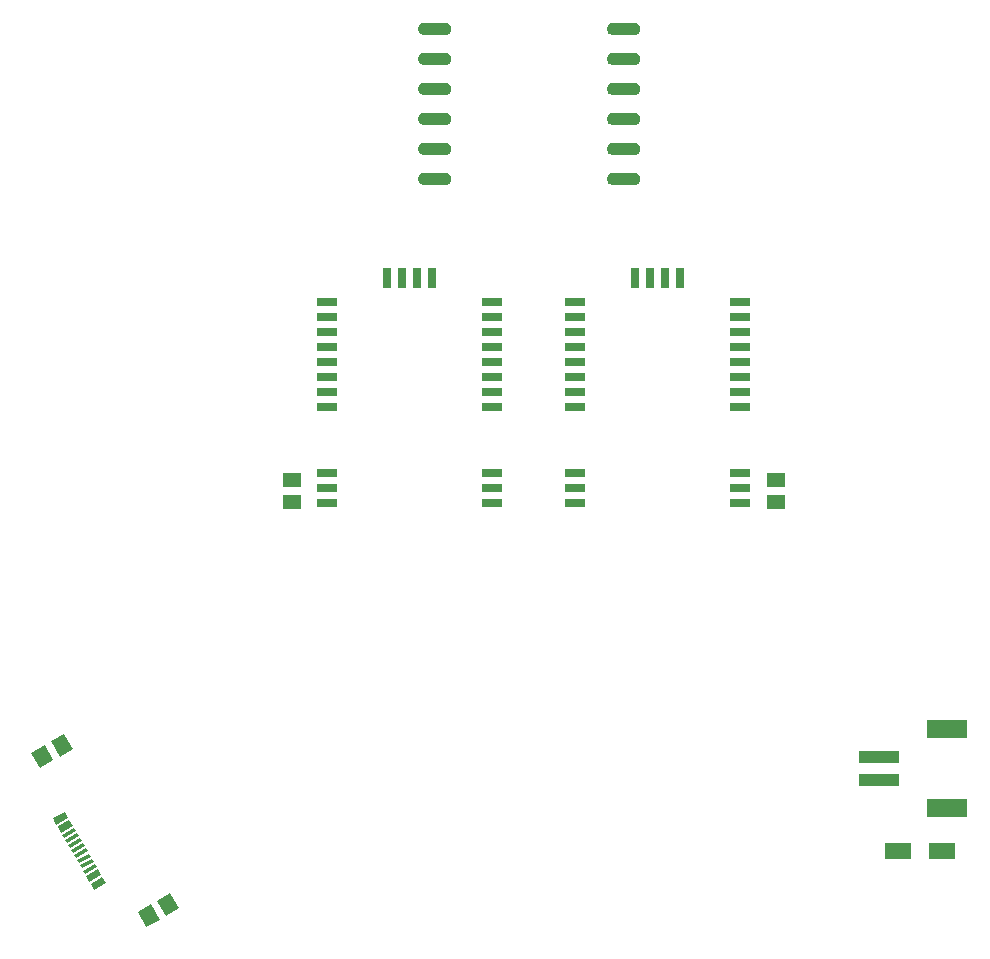
<source format=gbp>
G04 EAGLE Gerber RS-274X export*
G75*
%MOMM*%
%FSLAX34Y34*%
%LPD*%
%INBottom Paste*%
%IPPOS*%
%AMOC8*
5,1,8,0,0,1.08239X$1,22.5*%
G01*
%ADD10R,0.300000X1.150000*%
%ADD11R,1.300000X1.500000*%
%ADD12R,1.500000X1.300000*%
%ADD13R,1.800000X0.800000*%
%ADD14R,0.800000X1.800000*%
%ADD15R,3.500000X1.000000*%
%ADD16R,3.400000X1.500000*%
%ADD17R,2.160000X1.400000*%

G36*
X573053Y801133D02*
X573053Y801133D01*
X573056Y801131D01*
X574168Y801256D01*
X574174Y801262D01*
X574179Y801259D01*
X575236Y801629D01*
X575240Y801636D01*
X575246Y801633D01*
X576194Y802229D01*
X576197Y802237D01*
X576202Y802236D01*
X576994Y803028D01*
X576995Y803036D01*
X577001Y803036D01*
X577597Y803984D01*
X577596Y803993D01*
X577601Y803994D01*
X577971Y805051D01*
X577970Y805055D01*
X577972Y805057D01*
X577970Y805060D01*
X577974Y805062D01*
X578099Y806175D01*
X578095Y806182D01*
X578099Y806186D01*
X577974Y807298D01*
X577968Y807304D01*
X577971Y807309D01*
X577601Y808366D01*
X577595Y808370D01*
X577597Y808376D01*
X577001Y809324D01*
X576993Y809327D01*
X576994Y809332D01*
X576202Y810124D01*
X576194Y810125D01*
X576194Y810131D01*
X575246Y810727D01*
X575237Y810726D01*
X575236Y810731D01*
X574179Y811101D01*
X574171Y811099D01*
X574168Y811104D01*
X573056Y811229D01*
X573052Y811227D01*
X573050Y811229D01*
X555050Y811229D01*
X555047Y811227D01*
X555046Y811227D01*
X555045Y811229D01*
X553932Y811104D01*
X553926Y811098D01*
X553921Y811101D01*
X552864Y810731D01*
X552860Y810725D01*
X552854Y810727D01*
X551906Y810131D01*
X551903Y810123D01*
X551898Y810124D01*
X551106Y809332D01*
X551105Y809324D01*
X551099Y809324D01*
X550503Y808376D01*
X550504Y808367D01*
X550499Y808366D01*
X550129Y807309D01*
X550131Y807303D01*
X550127Y807300D01*
X550128Y807299D01*
X550126Y807298D01*
X550001Y806186D01*
X550005Y806178D01*
X550001Y806175D01*
X550126Y805062D01*
X550132Y805056D01*
X550129Y805051D01*
X550499Y803994D01*
X550506Y803990D01*
X550503Y803984D01*
X551099Y803036D01*
X551107Y803033D01*
X551106Y803028D01*
X551898Y802236D01*
X551906Y802235D01*
X551906Y802229D01*
X552854Y801633D01*
X552863Y801634D01*
X552864Y801629D01*
X553921Y801259D01*
X553929Y801261D01*
X553932Y801256D01*
X555045Y801131D01*
X555048Y801133D01*
X555050Y801131D01*
X573050Y801131D01*
X573053Y801133D01*
G37*
G36*
X413053Y801133D02*
X413053Y801133D01*
X413056Y801131D01*
X414168Y801256D01*
X414174Y801262D01*
X414179Y801259D01*
X415236Y801629D01*
X415240Y801636D01*
X415246Y801633D01*
X416194Y802229D01*
X416197Y802237D01*
X416202Y802236D01*
X416994Y803028D01*
X416995Y803036D01*
X417001Y803036D01*
X417597Y803984D01*
X417596Y803993D01*
X417601Y803994D01*
X417971Y805051D01*
X417970Y805055D01*
X417972Y805057D01*
X417970Y805060D01*
X417974Y805062D01*
X418099Y806175D01*
X418095Y806182D01*
X418099Y806186D01*
X417974Y807298D01*
X417968Y807304D01*
X417971Y807309D01*
X417601Y808366D01*
X417595Y808370D01*
X417597Y808376D01*
X417001Y809324D01*
X416993Y809327D01*
X416994Y809332D01*
X416202Y810124D01*
X416194Y810125D01*
X416194Y810131D01*
X415246Y810727D01*
X415237Y810726D01*
X415236Y810731D01*
X414179Y811101D01*
X414171Y811099D01*
X414168Y811104D01*
X413056Y811229D01*
X413052Y811227D01*
X413050Y811229D01*
X395050Y811229D01*
X395047Y811227D01*
X395046Y811227D01*
X395045Y811229D01*
X393932Y811104D01*
X393926Y811098D01*
X393921Y811101D01*
X392864Y810731D01*
X392860Y810725D01*
X392854Y810727D01*
X391906Y810131D01*
X391903Y810123D01*
X391898Y810124D01*
X391106Y809332D01*
X391105Y809324D01*
X391099Y809324D01*
X390503Y808376D01*
X390504Y808367D01*
X390499Y808366D01*
X390129Y807309D01*
X390131Y807303D01*
X390127Y807300D01*
X390128Y807299D01*
X390126Y807298D01*
X390001Y806186D01*
X390005Y806178D01*
X390001Y806175D01*
X390126Y805062D01*
X390132Y805056D01*
X390129Y805051D01*
X390499Y803994D01*
X390506Y803990D01*
X390503Y803984D01*
X391099Y803036D01*
X391107Y803033D01*
X391106Y803028D01*
X391898Y802236D01*
X391906Y802235D01*
X391906Y802229D01*
X392854Y801633D01*
X392863Y801634D01*
X392864Y801629D01*
X393921Y801259D01*
X393929Y801261D01*
X393932Y801256D01*
X395045Y801131D01*
X395048Y801133D01*
X395050Y801131D01*
X413050Y801131D01*
X413053Y801133D01*
G37*
G36*
X573053Y775733D02*
X573053Y775733D01*
X573056Y775731D01*
X574168Y775856D01*
X574174Y775862D01*
X574179Y775859D01*
X575236Y776229D01*
X575240Y776236D01*
X575246Y776233D01*
X576194Y776829D01*
X576197Y776837D01*
X576202Y776836D01*
X576994Y777628D01*
X576995Y777636D01*
X577001Y777636D01*
X577597Y778584D01*
X577596Y778593D01*
X577601Y778594D01*
X577971Y779651D01*
X577970Y779655D01*
X577972Y779657D01*
X577970Y779660D01*
X577974Y779662D01*
X578099Y780775D01*
X578095Y780782D01*
X578099Y780786D01*
X577974Y781898D01*
X577968Y781904D01*
X577971Y781909D01*
X577601Y782966D01*
X577595Y782970D01*
X577597Y782976D01*
X577001Y783924D01*
X576993Y783927D01*
X576994Y783932D01*
X576202Y784724D01*
X576194Y784725D01*
X576194Y784731D01*
X575246Y785327D01*
X575237Y785326D01*
X575236Y785331D01*
X574179Y785701D01*
X574171Y785699D01*
X574168Y785704D01*
X573056Y785829D01*
X573052Y785827D01*
X573050Y785829D01*
X555050Y785829D01*
X555047Y785827D01*
X555046Y785827D01*
X555045Y785829D01*
X553932Y785704D01*
X553926Y785698D01*
X553921Y785701D01*
X552864Y785331D01*
X552860Y785325D01*
X552854Y785327D01*
X551906Y784731D01*
X551903Y784723D01*
X551898Y784724D01*
X551106Y783932D01*
X551105Y783924D01*
X551099Y783924D01*
X550503Y782976D01*
X550504Y782967D01*
X550499Y782966D01*
X550129Y781909D01*
X550131Y781903D01*
X550127Y781900D01*
X550128Y781899D01*
X550126Y781898D01*
X550001Y780786D01*
X550005Y780778D01*
X550001Y780775D01*
X550126Y779662D01*
X550132Y779656D01*
X550129Y779651D01*
X550499Y778594D01*
X550506Y778590D01*
X550503Y778584D01*
X551099Y777636D01*
X551107Y777633D01*
X551106Y777628D01*
X551898Y776836D01*
X551906Y776835D01*
X551906Y776829D01*
X552854Y776233D01*
X552863Y776234D01*
X552864Y776229D01*
X553921Y775859D01*
X553929Y775861D01*
X553932Y775856D01*
X555045Y775731D01*
X555048Y775733D01*
X555050Y775731D01*
X573050Y775731D01*
X573053Y775733D01*
G37*
G36*
X413053Y775733D02*
X413053Y775733D01*
X413056Y775731D01*
X414168Y775856D01*
X414174Y775862D01*
X414179Y775859D01*
X415236Y776229D01*
X415240Y776236D01*
X415246Y776233D01*
X416194Y776829D01*
X416197Y776837D01*
X416202Y776836D01*
X416994Y777628D01*
X416995Y777636D01*
X417001Y777636D01*
X417597Y778584D01*
X417596Y778593D01*
X417601Y778594D01*
X417971Y779651D01*
X417970Y779655D01*
X417972Y779657D01*
X417970Y779660D01*
X417974Y779662D01*
X418099Y780775D01*
X418095Y780782D01*
X418099Y780786D01*
X417974Y781898D01*
X417968Y781904D01*
X417971Y781909D01*
X417601Y782966D01*
X417595Y782970D01*
X417597Y782976D01*
X417001Y783924D01*
X416993Y783927D01*
X416994Y783932D01*
X416202Y784724D01*
X416194Y784725D01*
X416194Y784731D01*
X415246Y785327D01*
X415237Y785326D01*
X415236Y785331D01*
X414179Y785701D01*
X414171Y785699D01*
X414168Y785704D01*
X413056Y785829D01*
X413052Y785827D01*
X413050Y785829D01*
X395050Y785829D01*
X395047Y785827D01*
X395046Y785827D01*
X395045Y785829D01*
X393932Y785704D01*
X393926Y785698D01*
X393921Y785701D01*
X392864Y785331D01*
X392860Y785325D01*
X392854Y785327D01*
X391906Y784731D01*
X391903Y784723D01*
X391898Y784724D01*
X391106Y783932D01*
X391105Y783924D01*
X391099Y783924D01*
X390503Y782976D01*
X390504Y782967D01*
X390499Y782966D01*
X390129Y781909D01*
X390131Y781903D01*
X390127Y781900D01*
X390128Y781899D01*
X390126Y781898D01*
X390001Y780786D01*
X390005Y780778D01*
X390001Y780775D01*
X390126Y779662D01*
X390132Y779656D01*
X390129Y779651D01*
X390499Y778594D01*
X390506Y778590D01*
X390503Y778584D01*
X391099Y777636D01*
X391107Y777633D01*
X391106Y777628D01*
X391898Y776836D01*
X391906Y776835D01*
X391906Y776829D01*
X392854Y776233D01*
X392863Y776234D01*
X392864Y776229D01*
X393921Y775859D01*
X393929Y775861D01*
X393932Y775856D01*
X395045Y775731D01*
X395048Y775733D01*
X395050Y775731D01*
X413050Y775731D01*
X413053Y775733D01*
G37*
G36*
X573053Y750333D02*
X573053Y750333D01*
X573056Y750331D01*
X574168Y750456D01*
X574174Y750462D01*
X574179Y750459D01*
X575236Y750829D01*
X575240Y750836D01*
X575246Y750833D01*
X576194Y751429D01*
X576197Y751437D01*
X576202Y751436D01*
X576994Y752228D01*
X576995Y752236D01*
X577001Y752236D01*
X577597Y753184D01*
X577596Y753193D01*
X577601Y753194D01*
X577971Y754251D01*
X577970Y754255D01*
X577972Y754257D01*
X577970Y754260D01*
X577974Y754262D01*
X578099Y755375D01*
X578095Y755382D01*
X578099Y755386D01*
X577974Y756498D01*
X577968Y756504D01*
X577971Y756509D01*
X577601Y757566D01*
X577595Y757570D01*
X577597Y757576D01*
X577001Y758524D01*
X576993Y758527D01*
X576994Y758532D01*
X576202Y759324D01*
X576194Y759325D01*
X576194Y759331D01*
X575246Y759927D01*
X575237Y759926D01*
X575236Y759931D01*
X574179Y760301D01*
X574171Y760299D01*
X574168Y760304D01*
X573056Y760429D01*
X573052Y760427D01*
X573050Y760429D01*
X555050Y760429D01*
X555047Y760427D01*
X555046Y760427D01*
X555045Y760429D01*
X553932Y760304D01*
X553926Y760298D01*
X553921Y760301D01*
X552864Y759931D01*
X552860Y759925D01*
X552854Y759927D01*
X551906Y759331D01*
X551903Y759323D01*
X551898Y759324D01*
X551106Y758532D01*
X551105Y758524D01*
X551099Y758524D01*
X550503Y757576D01*
X550504Y757567D01*
X550499Y757566D01*
X550129Y756509D01*
X550131Y756503D01*
X550127Y756500D01*
X550128Y756499D01*
X550126Y756498D01*
X550001Y755386D01*
X550005Y755378D01*
X550001Y755375D01*
X550126Y754262D01*
X550132Y754256D01*
X550129Y754251D01*
X550499Y753194D01*
X550506Y753190D01*
X550503Y753184D01*
X551099Y752236D01*
X551107Y752233D01*
X551106Y752228D01*
X551898Y751436D01*
X551906Y751435D01*
X551906Y751429D01*
X552854Y750833D01*
X552863Y750834D01*
X552864Y750829D01*
X553921Y750459D01*
X553929Y750461D01*
X553932Y750456D01*
X555045Y750331D01*
X555048Y750333D01*
X555050Y750331D01*
X573050Y750331D01*
X573053Y750333D01*
G37*
G36*
X413053Y750333D02*
X413053Y750333D01*
X413056Y750331D01*
X414168Y750456D01*
X414174Y750462D01*
X414179Y750459D01*
X415236Y750829D01*
X415240Y750836D01*
X415246Y750833D01*
X416194Y751429D01*
X416197Y751437D01*
X416202Y751436D01*
X416994Y752228D01*
X416995Y752236D01*
X417001Y752236D01*
X417597Y753184D01*
X417596Y753193D01*
X417601Y753194D01*
X417971Y754251D01*
X417970Y754255D01*
X417972Y754257D01*
X417970Y754260D01*
X417974Y754262D01*
X418099Y755375D01*
X418095Y755382D01*
X418099Y755386D01*
X417974Y756498D01*
X417968Y756504D01*
X417971Y756509D01*
X417601Y757566D01*
X417595Y757570D01*
X417597Y757576D01*
X417001Y758524D01*
X416993Y758527D01*
X416994Y758532D01*
X416202Y759324D01*
X416194Y759325D01*
X416194Y759331D01*
X415246Y759927D01*
X415237Y759926D01*
X415236Y759931D01*
X414179Y760301D01*
X414171Y760299D01*
X414168Y760304D01*
X413056Y760429D01*
X413052Y760427D01*
X413050Y760429D01*
X395050Y760429D01*
X395047Y760427D01*
X395046Y760427D01*
X395045Y760429D01*
X393932Y760304D01*
X393926Y760298D01*
X393921Y760301D01*
X392864Y759931D01*
X392860Y759925D01*
X392854Y759927D01*
X391906Y759331D01*
X391903Y759323D01*
X391898Y759324D01*
X391106Y758532D01*
X391105Y758524D01*
X391099Y758524D01*
X390503Y757576D01*
X390504Y757567D01*
X390499Y757566D01*
X390129Y756509D01*
X390131Y756503D01*
X390127Y756500D01*
X390128Y756499D01*
X390126Y756498D01*
X390001Y755386D01*
X390005Y755378D01*
X390001Y755375D01*
X390126Y754262D01*
X390132Y754256D01*
X390129Y754251D01*
X390499Y753194D01*
X390506Y753190D01*
X390503Y753184D01*
X391099Y752236D01*
X391107Y752233D01*
X391106Y752228D01*
X391898Y751436D01*
X391906Y751435D01*
X391906Y751429D01*
X392854Y750833D01*
X392863Y750834D01*
X392864Y750829D01*
X393921Y750459D01*
X393929Y750461D01*
X393932Y750456D01*
X395045Y750331D01*
X395048Y750333D01*
X395050Y750331D01*
X413050Y750331D01*
X413053Y750333D01*
G37*
G36*
X413053Y724933D02*
X413053Y724933D01*
X413056Y724931D01*
X414168Y725056D01*
X414174Y725062D01*
X414179Y725059D01*
X415236Y725429D01*
X415240Y725436D01*
X415246Y725433D01*
X416194Y726029D01*
X416197Y726037D01*
X416202Y726036D01*
X416994Y726828D01*
X416995Y726836D01*
X417001Y726836D01*
X417597Y727784D01*
X417596Y727793D01*
X417601Y727794D01*
X417971Y728851D01*
X417970Y728855D01*
X417972Y728857D01*
X417970Y728860D01*
X417974Y728862D01*
X418099Y729975D01*
X418095Y729982D01*
X418099Y729986D01*
X417974Y731098D01*
X417968Y731104D01*
X417971Y731109D01*
X417601Y732166D01*
X417595Y732170D01*
X417597Y732176D01*
X417001Y733124D01*
X416993Y733127D01*
X416994Y733132D01*
X416202Y733924D01*
X416194Y733925D01*
X416194Y733931D01*
X415246Y734527D01*
X415237Y734526D01*
X415236Y734531D01*
X414179Y734901D01*
X414171Y734899D01*
X414168Y734904D01*
X413056Y735029D01*
X413052Y735027D01*
X413050Y735029D01*
X395050Y735029D01*
X395047Y735027D01*
X395046Y735027D01*
X395045Y735029D01*
X393932Y734904D01*
X393926Y734898D01*
X393921Y734901D01*
X392864Y734531D01*
X392860Y734525D01*
X392854Y734527D01*
X391906Y733931D01*
X391903Y733923D01*
X391898Y733924D01*
X391106Y733132D01*
X391105Y733124D01*
X391099Y733124D01*
X390503Y732176D01*
X390504Y732167D01*
X390499Y732166D01*
X390129Y731109D01*
X390131Y731103D01*
X390127Y731100D01*
X390128Y731099D01*
X390126Y731098D01*
X390001Y729986D01*
X390005Y729978D01*
X390001Y729975D01*
X390126Y728862D01*
X390132Y728856D01*
X390129Y728851D01*
X390499Y727794D01*
X390506Y727790D01*
X390503Y727784D01*
X391099Y726836D01*
X391107Y726833D01*
X391106Y726828D01*
X391898Y726036D01*
X391906Y726035D01*
X391906Y726029D01*
X392854Y725433D01*
X392863Y725434D01*
X392864Y725429D01*
X393921Y725059D01*
X393929Y725061D01*
X393932Y725056D01*
X395045Y724931D01*
X395048Y724933D01*
X395050Y724931D01*
X413050Y724931D01*
X413053Y724933D01*
G37*
G36*
X573053Y724933D02*
X573053Y724933D01*
X573056Y724931D01*
X574168Y725056D01*
X574174Y725062D01*
X574179Y725059D01*
X575236Y725429D01*
X575240Y725436D01*
X575246Y725433D01*
X576194Y726029D01*
X576197Y726037D01*
X576202Y726036D01*
X576994Y726828D01*
X576995Y726836D01*
X577001Y726836D01*
X577597Y727784D01*
X577596Y727793D01*
X577601Y727794D01*
X577971Y728851D01*
X577970Y728855D01*
X577972Y728857D01*
X577970Y728860D01*
X577974Y728862D01*
X578099Y729975D01*
X578095Y729982D01*
X578099Y729986D01*
X577974Y731098D01*
X577968Y731104D01*
X577971Y731109D01*
X577601Y732166D01*
X577595Y732170D01*
X577597Y732176D01*
X577001Y733124D01*
X576993Y733127D01*
X576994Y733132D01*
X576202Y733924D01*
X576194Y733925D01*
X576194Y733931D01*
X575246Y734527D01*
X575237Y734526D01*
X575236Y734531D01*
X574179Y734901D01*
X574171Y734899D01*
X574168Y734904D01*
X573056Y735029D01*
X573052Y735027D01*
X573050Y735029D01*
X555050Y735029D01*
X555047Y735027D01*
X555046Y735027D01*
X555045Y735029D01*
X553932Y734904D01*
X553926Y734898D01*
X553921Y734901D01*
X552864Y734531D01*
X552860Y734525D01*
X552854Y734527D01*
X551906Y733931D01*
X551903Y733923D01*
X551898Y733924D01*
X551106Y733132D01*
X551105Y733124D01*
X551099Y733124D01*
X550503Y732176D01*
X550504Y732167D01*
X550499Y732166D01*
X550129Y731109D01*
X550131Y731103D01*
X550127Y731100D01*
X550128Y731099D01*
X550126Y731098D01*
X550001Y729986D01*
X550005Y729978D01*
X550001Y729975D01*
X550126Y728862D01*
X550132Y728856D01*
X550129Y728851D01*
X550499Y727794D01*
X550506Y727790D01*
X550503Y727784D01*
X551099Y726836D01*
X551107Y726833D01*
X551106Y726828D01*
X551898Y726036D01*
X551906Y726035D01*
X551906Y726029D01*
X552854Y725433D01*
X552863Y725434D01*
X552864Y725429D01*
X553921Y725059D01*
X553929Y725061D01*
X553932Y725056D01*
X555045Y724931D01*
X555048Y724933D01*
X555050Y724931D01*
X573050Y724931D01*
X573053Y724933D01*
G37*
G36*
X573053Y699533D02*
X573053Y699533D01*
X573056Y699531D01*
X574168Y699656D01*
X574174Y699662D01*
X574179Y699659D01*
X575236Y700029D01*
X575240Y700036D01*
X575246Y700033D01*
X576194Y700629D01*
X576197Y700637D01*
X576202Y700636D01*
X576994Y701428D01*
X576995Y701436D01*
X577001Y701436D01*
X577597Y702384D01*
X577596Y702393D01*
X577601Y702394D01*
X577971Y703451D01*
X577970Y703455D01*
X577972Y703457D01*
X577970Y703460D01*
X577974Y703462D01*
X578099Y704575D01*
X578095Y704582D01*
X578099Y704586D01*
X577974Y705698D01*
X577968Y705704D01*
X577971Y705709D01*
X577601Y706766D01*
X577595Y706770D01*
X577597Y706776D01*
X577001Y707724D01*
X576993Y707727D01*
X576994Y707732D01*
X576202Y708524D01*
X576194Y708525D01*
X576194Y708531D01*
X575246Y709127D01*
X575237Y709126D01*
X575236Y709131D01*
X574179Y709501D01*
X574171Y709499D01*
X574168Y709504D01*
X573056Y709629D01*
X573052Y709627D01*
X573050Y709629D01*
X555050Y709629D01*
X555047Y709627D01*
X555046Y709627D01*
X555045Y709629D01*
X553932Y709504D01*
X553926Y709498D01*
X553921Y709501D01*
X552864Y709131D01*
X552860Y709125D01*
X552854Y709127D01*
X551906Y708531D01*
X551903Y708523D01*
X551898Y708524D01*
X551106Y707732D01*
X551105Y707724D01*
X551099Y707724D01*
X550503Y706776D01*
X550504Y706767D01*
X550499Y706766D01*
X550129Y705709D01*
X550131Y705703D01*
X550127Y705700D01*
X550128Y705699D01*
X550126Y705698D01*
X550001Y704586D01*
X550005Y704578D01*
X550001Y704575D01*
X550126Y703462D01*
X550132Y703456D01*
X550129Y703451D01*
X550499Y702394D01*
X550506Y702390D01*
X550503Y702384D01*
X551099Y701436D01*
X551107Y701433D01*
X551106Y701428D01*
X551898Y700636D01*
X551906Y700635D01*
X551906Y700629D01*
X552854Y700033D01*
X552863Y700034D01*
X552864Y700029D01*
X553921Y699659D01*
X553929Y699661D01*
X553932Y699656D01*
X555045Y699531D01*
X555048Y699533D01*
X555050Y699531D01*
X573050Y699531D01*
X573053Y699533D01*
G37*
G36*
X413053Y699533D02*
X413053Y699533D01*
X413056Y699531D01*
X414168Y699656D01*
X414174Y699662D01*
X414179Y699659D01*
X415236Y700029D01*
X415240Y700036D01*
X415246Y700033D01*
X416194Y700629D01*
X416197Y700637D01*
X416202Y700636D01*
X416994Y701428D01*
X416995Y701436D01*
X417001Y701436D01*
X417597Y702384D01*
X417596Y702393D01*
X417601Y702394D01*
X417971Y703451D01*
X417970Y703455D01*
X417972Y703457D01*
X417970Y703460D01*
X417974Y703462D01*
X418099Y704575D01*
X418095Y704582D01*
X418099Y704586D01*
X417974Y705698D01*
X417968Y705704D01*
X417971Y705709D01*
X417601Y706766D01*
X417595Y706770D01*
X417597Y706776D01*
X417001Y707724D01*
X416993Y707727D01*
X416994Y707732D01*
X416202Y708524D01*
X416194Y708525D01*
X416194Y708531D01*
X415246Y709127D01*
X415237Y709126D01*
X415236Y709131D01*
X414179Y709501D01*
X414171Y709499D01*
X414168Y709504D01*
X413056Y709629D01*
X413052Y709627D01*
X413050Y709629D01*
X395050Y709629D01*
X395047Y709627D01*
X395046Y709627D01*
X395045Y709629D01*
X393932Y709504D01*
X393926Y709498D01*
X393921Y709501D01*
X392864Y709131D01*
X392860Y709125D01*
X392854Y709127D01*
X391906Y708531D01*
X391903Y708523D01*
X391898Y708524D01*
X391106Y707732D01*
X391105Y707724D01*
X391099Y707724D01*
X390503Y706776D01*
X390504Y706767D01*
X390499Y706766D01*
X390129Y705709D01*
X390131Y705703D01*
X390127Y705700D01*
X390128Y705699D01*
X390126Y705698D01*
X390001Y704586D01*
X390005Y704578D01*
X390001Y704575D01*
X390126Y703462D01*
X390132Y703456D01*
X390129Y703451D01*
X390499Y702394D01*
X390506Y702390D01*
X390503Y702384D01*
X391099Y701436D01*
X391107Y701433D01*
X391106Y701428D01*
X391898Y700636D01*
X391906Y700635D01*
X391906Y700629D01*
X392854Y700033D01*
X392863Y700034D01*
X392864Y700029D01*
X393921Y699659D01*
X393929Y699661D01*
X393932Y699656D01*
X395045Y699531D01*
X395048Y699533D01*
X395050Y699531D01*
X413050Y699531D01*
X413053Y699533D01*
G37*
G36*
X413053Y674133D02*
X413053Y674133D01*
X413056Y674131D01*
X414168Y674256D01*
X414174Y674262D01*
X414179Y674259D01*
X415236Y674629D01*
X415240Y674636D01*
X415246Y674633D01*
X416194Y675229D01*
X416197Y675237D01*
X416202Y675236D01*
X416994Y676028D01*
X416995Y676036D01*
X417001Y676036D01*
X417597Y676984D01*
X417596Y676993D01*
X417601Y676994D01*
X417971Y678051D01*
X417970Y678055D01*
X417972Y678057D01*
X417970Y678060D01*
X417974Y678062D01*
X418099Y679175D01*
X418095Y679182D01*
X418099Y679186D01*
X417974Y680298D01*
X417968Y680304D01*
X417971Y680309D01*
X417601Y681366D01*
X417595Y681370D01*
X417597Y681376D01*
X417001Y682324D01*
X416993Y682327D01*
X416994Y682332D01*
X416202Y683124D01*
X416194Y683125D01*
X416194Y683131D01*
X415246Y683727D01*
X415237Y683726D01*
X415236Y683731D01*
X414179Y684101D01*
X414171Y684099D01*
X414168Y684104D01*
X413056Y684229D01*
X413052Y684227D01*
X413050Y684229D01*
X395050Y684229D01*
X395047Y684227D01*
X395046Y684227D01*
X395045Y684229D01*
X393932Y684104D01*
X393926Y684098D01*
X393921Y684101D01*
X392864Y683731D01*
X392860Y683725D01*
X392854Y683727D01*
X391906Y683131D01*
X391903Y683123D01*
X391898Y683124D01*
X391106Y682332D01*
X391105Y682324D01*
X391099Y682324D01*
X390503Y681376D01*
X390504Y681367D01*
X390499Y681366D01*
X390129Y680309D01*
X390131Y680303D01*
X390127Y680300D01*
X390128Y680299D01*
X390126Y680298D01*
X390001Y679186D01*
X390005Y679178D01*
X390001Y679175D01*
X390126Y678062D01*
X390132Y678056D01*
X390129Y678051D01*
X390499Y676994D01*
X390506Y676990D01*
X390503Y676984D01*
X391099Y676036D01*
X391107Y676033D01*
X391106Y676028D01*
X391898Y675236D01*
X391906Y675235D01*
X391906Y675229D01*
X392854Y674633D01*
X392863Y674634D01*
X392864Y674629D01*
X393921Y674259D01*
X393929Y674261D01*
X393932Y674256D01*
X395045Y674131D01*
X395048Y674133D01*
X395050Y674131D01*
X413050Y674131D01*
X413053Y674133D01*
G37*
G36*
X573053Y674133D02*
X573053Y674133D01*
X573056Y674131D01*
X574168Y674256D01*
X574174Y674262D01*
X574179Y674259D01*
X575236Y674629D01*
X575240Y674636D01*
X575246Y674633D01*
X576194Y675229D01*
X576197Y675237D01*
X576202Y675236D01*
X576994Y676028D01*
X576995Y676036D01*
X577001Y676036D01*
X577597Y676984D01*
X577596Y676993D01*
X577601Y676994D01*
X577971Y678051D01*
X577970Y678055D01*
X577972Y678057D01*
X577970Y678060D01*
X577974Y678062D01*
X578099Y679175D01*
X578095Y679182D01*
X578099Y679186D01*
X577974Y680298D01*
X577968Y680304D01*
X577971Y680309D01*
X577601Y681366D01*
X577595Y681370D01*
X577597Y681376D01*
X577001Y682324D01*
X576993Y682327D01*
X576994Y682332D01*
X576202Y683124D01*
X576194Y683125D01*
X576194Y683131D01*
X575246Y683727D01*
X575237Y683726D01*
X575236Y683731D01*
X574179Y684101D01*
X574171Y684099D01*
X574168Y684104D01*
X573056Y684229D01*
X573052Y684227D01*
X573050Y684229D01*
X555050Y684229D01*
X555047Y684227D01*
X555046Y684227D01*
X555045Y684229D01*
X553932Y684104D01*
X553926Y684098D01*
X553921Y684101D01*
X552864Y683731D01*
X552860Y683725D01*
X552854Y683727D01*
X551906Y683131D01*
X551903Y683123D01*
X551898Y683124D01*
X551106Y682332D01*
X551105Y682324D01*
X551099Y682324D01*
X550503Y681376D01*
X550504Y681367D01*
X550499Y681366D01*
X550129Y680309D01*
X550131Y680303D01*
X550127Y680300D01*
X550128Y680299D01*
X550126Y680298D01*
X550001Y679186D01*
X550005Y679178D01*
X550001Y679175D01*
X550126Y678062D01*
X550132Y678056D01*
X550129Y678051D01*
X550499Y676994D01*
X550506Y676990D01*
X550503Y676984D01*
X551099Y676036D01*
X551107Y676033D01*
X551106Y676028D01*
X551898Y675236D01*
X551906Y675235D01*
X551906Y675229D01*
X552854Y674633D01*
X552863Y674634D01*
X552864Y674629D01*
X553921Y674259D01*
X553929Y674261D01*
X553932Y674256D01*
X555045Y674131D01*
X555048Y674133D01*
X555050Y674131D01*
X573050Y674131D01*
X573053Y674133D01*
G37*
G36*
X83685Y132505D02*
X83685Y132505D01*
X83694Y132501D01*
X93653Y138251D01*
X93676Y138306D01*
X93668Y138310D01*
X93671Y138318D01*
X90671Y143515D01*
X90616Y143538D01*
X90613Y143529D01*
X90604Y143533D01*
X80645Y137783D01*
X80622Y137728D01*
X80630Y137724D01*
X80627Y137715D01*
X83627Y132519D01*
X83681Y132496D01*
X83685Y132505D01*
G37*
G36*
X115685Y77079D02*
X115685Y77079D01*
X115694Y77075D01*
X125653Y82825D01*
X125676Y82880D01*
X125668Y82884D01*
X125671Y82893D01*
X122671Y88089D01*
X122616Y88112D01*
X122613Y88103D01*
X122604Y88107D01*
X112645Y82357D01*
X112622Y82302D01*
X112630Y82298D01*
X112627Y82290D01*
X115627Y77093D01*
X115681Y77070D01*
X115685Y77079D01*
G37*
G36*
X87685Y125577D02*
X87685Y125577D01*
X87694Y125573D01*
X97653Y131323D01*
X97676Y131378D01*
X97668Y131381D01*
X97671Y131390D01*
X94671Y136586D01*
X94616Y136609D01*
X94613Y136601D01*
X94604Y136604D01*
X84645Y130854D01*
X84622Y130799D01*
X84630Y130796D01*
X84627Y130787D01*
X87627Y125591D01*
X87681Y125568D01*
X87685Y125577D01*
G37*
G36*
X111685Y84007D02*
X111685Y84007D01*
X111694Y84004D01*
X121653Y89754D01*
X121676Y89809D01*
X121668Y89812D01*
X121671Y89821D01*
X118671Y95017D01*
X118616Y95040D01*
X118613Y95031D01*
X118604Y95035D01*
X108645Y89285D01*
X108622Y89230D01*
X108630Y89227D01*
X108627Y89218D01*
X111627Y84022D01*
X111681Y83999D01*
X111685Y84007D01*
G37*
D10*
G36*
X116128Y99323D02*
X117628Y96724D01*
X107670Y90975D01*
X106170Y93574D01*
X116128Y99323D01*
G37*
G36*
X113628Y103653D02*
X115128Y101054D01*
X105170Y95305D01*
X103670Y97904D01*
X113628Y103653D01*
G37*
G36*
X111128Y107983D02*
X112628Y105384D01*
X102670Y99635D01*
X101170Y102234D01*
X111128Y107983D01*
G37*
G36*
X108628Y112313D02*
X110128Y109714D01*
X100170Y103965D01*
X98670Y106564D01*
X108628Y112313D01*
G37*
G36*
X106128Y116643D02*
X107628Y114044D01*
X97670Y108295D01*
X96170Y110894D01*
X106128Y116643D01*
G37*
G36*
X103628Y120973D02*
X105128Y118374D01*
X95170Y112625D01*
X93670Y115224D01*
X103628Y120973D01*
G37*
G36*
X101128Y125303D02*
X102628Y122704D01*
X92670Y116955D01*
X91170Y119554D01*
X101128Y125303D01*
G37*
G36*
X98628Y129633D02*
X100128Y127034D01*
X90170Y121285D01*
X88670Y123884D01*
X98628Y129633D01*
G37*
D11*
G36*
X81152Y187005D02*
X69894Y180505D01*
X62394Y193495D01*
X73652Y199995D01*
X81152Y187005D01*
G37*
G36*
X97606Y196505D02*
X86348Y190005D01*
X78848Y202995D01*
X90106Y209495D01*
X97606Y196505D01*
G37*
G36*
X168848Y67995D02*
X180106Y74495D01*
X187606Y61505D01*
X176348Y55005D01*
X168848Y67995D01*
G37*
G36*
X152394Y58495D02*
X163652Y64995D01*
X171152Y52005D01*
X159894Y45505D01*
X152394Y58495D01*
G37*
D12*
X282860Y405500D03*
X282860Y424500D03*
X692860Y405500D03*
X692860Y424500D03*
D13*
X312860Y405000D03*
X312860Y417700D03*
X312860Y430400D03*
X312860Y486100D03*
X312860Y498800D03*
X312860Y511500D03*
X312860Y524200D03*
X312860Y536900D03*
X312860Y549600D03*
X312860Y562300D03*
X312860Y575000D03*
D14*
X363860Y595000D03*
X376560Y595000D03*
X389260Y595000D03*
X401960Y595000D03*
D13*
X452860Y575000D03*
X452860Y562300D03*
X452860Y549600D03*
X452860Y536900D03*
X452860Y524200D03*
X452860Y511500D03*
X452860Y498800D03*
X452860Y486100D03*
X452860Y430400D03*
X452860Y417700D03*
X452860Y405000D03*
X522860Y405000D03*
X522860Y417700D03*
X522860Y430400D03*
X522860Y486100D03*
X522860Y498800D03*
X522860Y511500D03*
X522860Y524200D03*
X522860Y536900D03*
X522860Y549600D03*
X522860Y562300D03*
X522860Y575000D03*
D14*
X573860Y595000D03*
X586560Y595000D03*
X599260Y595000D03*
X611960Y595000D03*
D13*
X662860Y575000D03*
X662860Y562300D03*
X662860Y549600D03*
X662860Y536900D03*
X662860Y524200D03*
X662860Y511500D03*
X662860Y498800D03*
X662860Y486100D03*
X662860Y430400D03*
X662860Y417700D03*
X662860Y405000D03*
D15*
X780000Y170000D03*
X780000Y190000D03*
D16*
X837500Y146500D03*
X837500Y213500D03*
D17*
X796500Y110000D03*
X833500Y110000D03*
M02*

</source>
